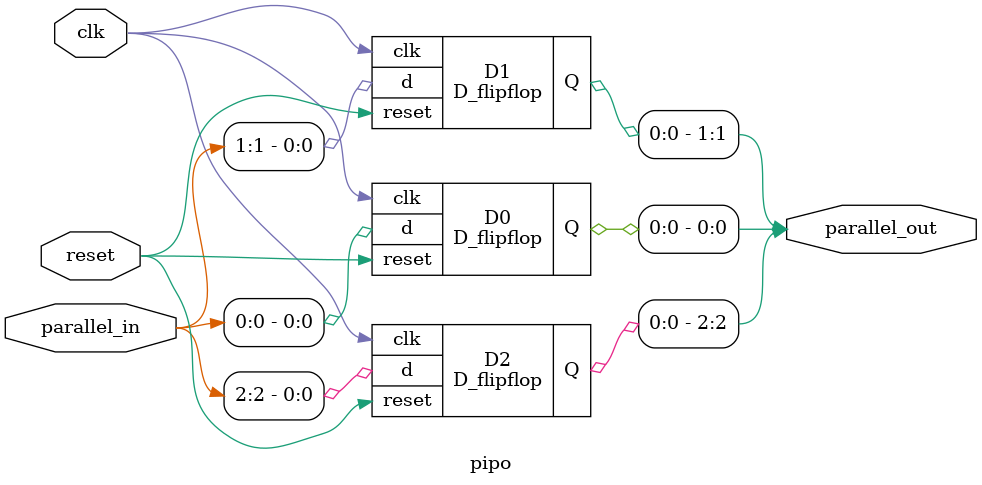
<source format=v>

`timescale 1ns / 1ps

module D_flipflop(
    input d, clk, reset,
    output reg Q
    );
    
    always@(posedge clk)
          begin
            if(reset)
            Q<= 1'b0;
            else 
            Q <= d;
            end

endmodule

module pipo(
    input clk, reset, 
    input [2:0] parallel_in,
    output [2:0] parallel_out
    );

    D_flipflop D2(parallel_in[2], clk, reset, parallel_out[2]);
    D_flipflop D1(parallel_in[1], clk, reset, parallel_out[1]);
    D_flipflop D0(parallel_in[0], clk, reset, parallel_out[0]);
    
endmodule



</source>
